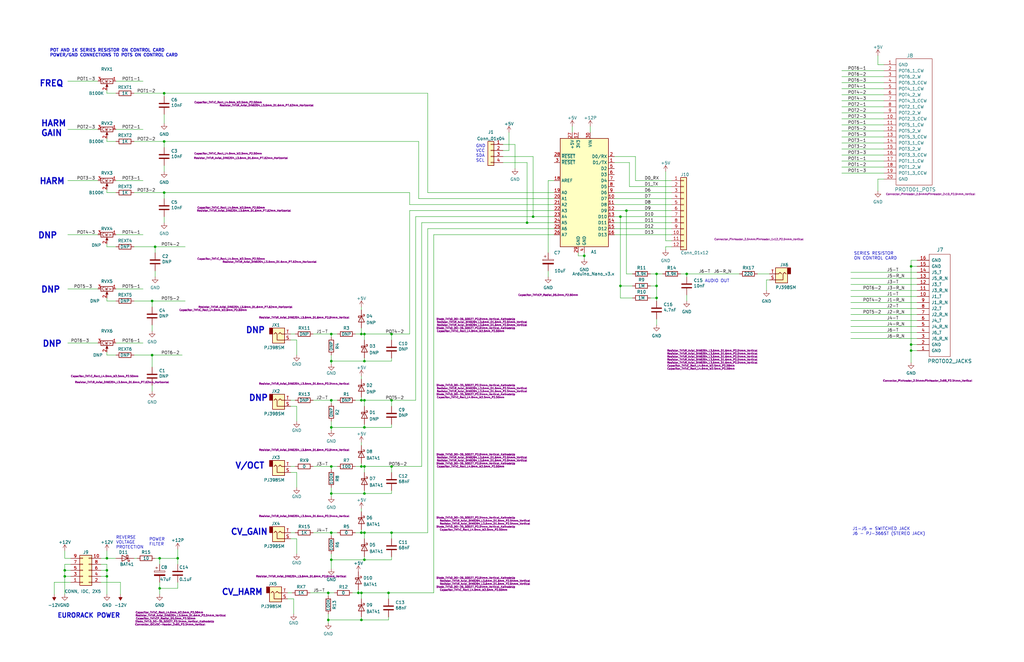
<source format=kicad_sch>
(kicad_sch (version 20211123) (generator eeschema)
  (paper "B")
  (title_block (title "6 POTS, 6 JACKS") (date "2022-10-28") (rev "1") (comment 1 "GENERIC EURORACK PANEL") (comment 2 "https://note.com/solder_state/n/nffc1a33053be"))
  (junction (at 139.7 168.91))
  (junction (at 153.67 168.91))
  (junction (at 139.7 140.97))
  (junction (at 64.135 127))
  (junction (at 69.215 39.37))
  (junction (at 224.79 91.44))
  (junction (at 139.7 208.28))
  (junction (at 153.67 196.85))
  (junction (at 384.175 112.395))
  (junction (at 163.83 250.19))
  (junction (at 384.175 145.415))
  (junction (at 139.7 180.34))
  (junction (at 138.43 261.62))
  (junction (at 152.4 140.97))
  (junction (at 165.1 196.85))
  (junction (at 153.67 236.22))
  (junction (at 69.215 81.28))
  (junction (at 139.7 196.85))
  (junction (at 246.38 107.95))
  (junction (at 153.67 152.4))
  (junction (at 261.62 120.65))
  (junction (at 151.13 250.19))
  (junction (at 45.085 243.205))
  (junction (at 165.1 224.79))
  (junction (at 139.7 152.4))
  (junction (at 138.43 250.19))
  (junction (at 153.67 224.79))
  (junction (at 264.16 88.9))
  (junction (at 153.67 140.97))
  (junction (at 139.7 236.22))
  (junction (at 152.4 250.19))
  (junction (at 152.4 261.62))
  (junction (at 276.86 120.65))
  (junction (at 69.215 59.69))
  (junction (at 27.305 243.205))
  (junction (at 27.305 240.665))
  (junction (at 45.085 235.585))
  (junction (at 384.175 147.955))
  (junction (at 139.7 224.79))
  (junction (at 74.93 235.585))
  (junction (at 289.56 115.57))
  (junction (at 65.405 104.14))
  (junction (at 165.1 168.91))
  (junction (at 152.4 168.91))
  (junction (at 45.085 240.665))
  (junction (at 152.4 224.79))
  (junction (at 153.67 208.28))
  (junction (at 276.86 125.73))
  (junction (at 153.67 180.34))
  (junction (at 261.62 91.44))
  (junction (at 152.4 196.85))
  (junction (at 222.25 93.98))
  (junction (at 165.1 140.97))
  (junction (at 276.86 115.57))
  (junction (at 67.31 235.585))
  (junction (at 64.135 149.86))
  (junction (at 67.31 248.285))
  (wire (pts (xy 56.515 59.69) (xy 69.215 59.69)))
  (wire (pts (xy 358.775 140.335) (xy 386.715 140.335)))
  (wire (pts (xy 354.965 50.165) (xy 372.745 50.165)))
  (wire (pts (xy 122.555 143.51) (xy 125.095 143.51)))
  (wire (pts (xy 180.34 96.52) (xy 233.68 96.52)))
  (wire (pts (xy 152.4 261.62) (xy 152.4 260.35)))
  (wire (pts (xy 358.775 127.635) (xy 386.715 127.635)))
  (wire (pts (xy 139.7 240.03) (xy 139.7 236.22)))
  (wire (pts (xy 358.775 122.555) (xy 386.715 122.555)))
  (wire (pts (xy 264.16 88.9) (xy 259.08 88.9)))
  (wire (pts (xy 139.7 209.55) (xy 139.7 208.28)))
  (wire (pts (xy 125.095 143.51) (xy 125.095 149.86)))
  (wire (pts (xy 165.1 196.85) (xy 165.1 199.39)))
  (wire (pts (xy 289.56 124.46) (xy 289.56 127)))
  (wire (pts (xy 42.545 235.585) (xy 45.085 235.585)))
  (wire (pts (xy 172.72 86.36) (xy 233.68 86.36)))
  (wire (pts (xy 56.515 81.28) (xy 69.215 81.28)))
  (wire (pts (xy 64.135 137.16) (xy 64.135 139.7)))
  (wire (pts (xy 139.7 152.4) (xy 139.7 149.86)))
  (wire (pts (xy 165.1 208.28) (xy 165.1 207.01)))
  (wire (pts (xy 246.38 107.95) (xy 243.84 107.95)))
  (wire (pts (xy 177.8 93.98) (xy 177.8 196.85)))
  (wire (pts (xy 276.86 134.62) (xy 276.86 137.16)))
  (wire (pts (xy 265.43 68.58) (xy 265.43 78.74)))
  (wire (pts (xy 42.545 240.665) (xy 45.085 240.665)))
  (wire (pts (xy 45.085 232.41) (xy 45.085 235.585)))
  (wire (pts (xy 165.1 168.91) (xy 165.1 171.45)))
  (wire (pts (xy 28.575 54.61) (xy 41.275 54.61)))
  (wire (pts (xy 153.67 236.22) (xy 165.1 236.22)))
  (wire (pts (xy 267.97 66.04) (xy 267.97 76.2)))
  (wire (pts (xy 217.17 60.96) (xy 217.17 71.12)))
  (wire (pts (xy 152.4 158.75) (xy 152.4 160.02)))
  (wire (pts (xy 153.67 224.79) (xy 165.1 224.79)))
  (wire (pts (xy 67.31 235.585) (xy 65.405 235.585)))
  (wire (pts (xy 386.715 109.855) (xy 384.175 109.855)))
  (wire (pts (xy 139.7 181.61) (xy 139.7 180.34)))
  (wire (pts (xy 152.4 250.19) (xy 152.4 252.73)))
  (wire (pts (xy 64.135 127) (xy 64.135 129.54)))
  (wire (pts (xy 152.4 138.43) (xy 152.4 140.97)))
  (wire (pts (xy 132.08 140.97) (xy 139.7 140.97)))
  (wire (pts (xy 45.085 81.28) (xy 48.895 81.28)))
  (wire (pts (xy 27.305 238.125) (xy 27.305 240.665)))
  (wire (pts (xy 354.965 40.005) (xy 372.745 40.005)))
  (wire (pts (xy 152.4 223.52) (xy 152.4 224.79)))
  (wire (pts (xy 122.555 140.97) (xy 124.46 140.97)))
  (wire (pts (xy 152.4 250.19) (xy 163.83 250.19)))
  (wire (pts (xy 45.085 149.86) (xy 45.085 148.59)))
  (wire (pts (xy 165.1 152.4) (xy 165.1 151.13)))
  (wire (pts (xy 29.845 245.745) (xy 22.86 245.745)))
  (wire (pts (xy 45.085 127) (xy 48.895 127)))
  (wire (pts (xy 27.305 232.41) (xy 27.305 235.585)))
  (wire (pts (xy 149.86 140.97) (xy 152.4 140.97)))
  (wire (pts (xy 231.14 116.84) (xy 231.14 114.3)))
  (wire (pts (xy 267.97 76.2) (xy 283.21 76.2)))
  (wire (pts (xy 182.88 99.06) (xy 182.88 250.19)))
  (wire (pts (xy 48.895 121.92) (xy 60.325 121.92)))
  (wire (pts (xy 153.67 208.28) (xy 165.1 208.28)))
  (wire (pts (xy 65.405 104.14) (xy 78.105 104.14)))
  (wire (pts (xy 48.895 99.06) (xy 60.325 99.06)))
  (wire (pts (xy 153.67 196.85) (xy 153.67 199.39)))
  (wire (pts (xy 276.86 125.73) (xy 276.86 127)))
  (wire (pts (xy 132.08 196.85) (xy 139.7 196.85)))
  (wire (pts (xy 384.175 145.415) (xy 386.715 145.415)))
  (wire (pts (xy 261.62 91.44) (xy 261.62 120.65)))
  (wire (pts (xy 125.095 171.45) (xy 125.095 177.8)))
  (wire (pts (xy 358.775 142.875) (xy 386.715 142.875)))
  (wire (pts (xy 165.1 196.85) (xy 177.8 196.85)))
  (wire (pts (xy 56.515 149.86) (xy 64.135 149.86)))
  (wire (pts (xy 180.34 96.52) (xy 180.34 224.79)))
  (wire (pts (xy 139.7 224.79) (xy 142.24 224.79)))
  (wire (pts (xy 152.4 261.62) (xy 163.83 261.62)))
  (wire (pts (xy 27.305 243.205) (xy 27.305 250.825)))
  (wire (pts (xy 266.7 125.73) (xy 261.62 125.73)))
  (wire (pts (xy 123.825 252.73) (xy 123.825 259.08)))
  (wire (pts (xy 152.4 168.91) (xy 153.67 168.91)))
  (wire (pts (xy 153.67 236.22) (xy 139.7 236.22)))
  (wire (pts (xy 139.7 196.85) (xy 139.7 198.12)))
  (wire (pts (xy 153.67 208.28) (xy 139.7 208.28)))
  (wire (pts (xy 149.86 224.79) (xy 152.4 224.79)))
  (wire (pts (xy 122.555 199.39) (xy 125.095 199.39)))
  (wire (pts (xy 246.38 109.22) (xy 246.38 107.95)))
  (wire (pts (xy 148.59 250.19) (xy 151.13 250.19)))
  (wire (pts (xy 152.4 195.58) (xy 152.4 196.85)))
  (wire (pts (xy 224.79 91.44) (xy 175.26 91.44)))
  (wire (pts (xy 121.285 252.73) (xy 123.825 252.73)))
  (wire (pts (xy 233.68 76.2) (xy 231.14 76.2)))
  (wire (pts (xy 358.775 114.935) (xy 386.715 114.935)))
  (wire (pts (xy 358.775 120.015) (xy 386.715 120.015)))
  (wire (pts (xy 274.32 125.73) (xy 276.86 125.73)))
  (wire (pts (xy 354.965 37.465) (xy 372.745 37.465)))
  (wire (pts (xy 64.135 149.86) (xy 64.135 154.94)))
  (wire (pts (xy 165.1 180.34) (xy 165.1 179.07)))
  (wire (pts (xy 246.38 107.95) (xy 246.38 106.68)))
  (wire (pts (xy 122.555 168.91) (xy 124.46 168.91)))
  (wire (pts (xy 177.8 93.98) (xy 222.25 93.98)))
  (wire (pts (xy 153.67 180.34) (xy 139.7 180.34)))
  (wire (pts (xy 74.93 235.585) (xy 74.93 238.125)))
  (wire (pts (xy 121.285 250.19) (xy 123.19 250.19)))
  (wire (pts (xy 261.62 91.44) (xy 283.21 91.44)))
  (wire (pts (xy 354.965 65.405) (xy 372.745 65.405)))
  (wire (pts (xy 259.08 68.58) (xy 265.43 68.58)))
  (wire (pts (xy 261.62 120.65) (xy 266.7 120.65)))
  (wire (pts (xy 69.215 81.28) (xy 69.215 83.82)))
  (wire (pts (xy 153.67 208.28) (xy 153.67 207.01)))
  (wire (pts (xy 165.1 140.97) (xy 165.1 143.51)))
  (wire (pts (xy 122.555 227.33) (xy 125.095 227.33)))
  (wire (pts (xy 163.83 250.19) (xy 182.88 250.19)))
  (wire (pts (xy 182.88 99.06) (xy 233.68 99.06)))
  (wire (pts (xy 172.72 81.28) (xy 172.72 86.36)))
  (wire (pts (xy 384.175 147.955) (xy 386.715 147.955)))
  (wire (pts (xy 69.215 39.37) (xy 180.34 39.37)))
  (wire (pts (xy 122.555 224.79) (xy 124.46 224.79)))
  (wire (pts (xy 132.08 224.79) (xy 139.7 224.79)))
  (wire (pts (xy 50.8 245.745) (xy 50.8 250.825)))
  (wire (pts (xy 45.085 104.14) (xy 48.895 104.14)))
  (wire (pts (xy 266.7 115.57) (xy 264.16 115.57)))
  (wire (pts (xy 259.08 99.06) (xy 283.21 99.06)))
  (wire (pts (xy 22.86 245.745) (xy 22.86 250.825)))
  (wire (pts (xy 69.215 69.85) (xy 69.215 72.39)))
  (wire (pts (xy 45.085 235.585) (xy 48.895 235.585)))
  (wire (pts (xy 354.965 47.625) (xy 372.745 47.625)))
  (wire (pts (xy 384.175 112.395) (xy 384.175 145.415)))
  (wire (pts (xy 56.515 235.585) (xy 57.785 235.585)))
  (wire (pts (xy 152.4 129.54) (xy 152.4 130.81)))
  (wire (pts (xy 153.67 180.34) (xy 153.67 179.07)))
  (wire (pts (xy 384.175 109.855) (xy 384.175 112.395)))
  (wire (pts (xy 139.7 224.79) (xy 139.7 226.06)))
  (wire (pts (xy 65.405 104.14) (xy 65.405 106.68)))
  (wire (pts (xy 324.485 118.11) (xy 323.215 118.11)))
  (wire (pts (xy 175.26 91.44) (xy 175.26 168.91)))
  (wire (pts (xy 153.67 140.97) (xy 153.67 143.51)))
  (wire (pts (xy 323.215 118.11) (xy 323.215 122.555)))
  (wire (pts (xy 165.1 168.91) (xy 175.26 168.91)))
  (wire (pts (xy 45.085 59.69) (xy 45.085 58.42)))
  (wire (pts (xy 248.92 53.34) (xy 248.92 55.88)))
  (wire (pts (xy 64.135 162.56) (xy 64.135 165.1)))
  (wire (pts (xy 354.965 57.785) (xy 372.745 57.785)))
  (wire (pts (xy 138.43 250.19) (xy 140.97 250.19)))
  (wire (pts (xy 214.63 55.88) (xy 214.63 63.5)))
  (wire (pts (xy 163.83 250.19) (xy 163.83 252.73)))
  (wire (pts (xy 65.405 114.3) (xy 65.405 116.84)))
  (wire (pts (xy 138.43 250.19) (xy 138.43 251.46)))
  (wire (pts (xy 45.085 127) (xy 45.085 125.73)))
  (wire (pts (xy 69.215 59.69) (xy 69.215 62.23)))
  (wire (pts (xy 163.83 261.62) (xy 163.83 260.35)))
  (wire (pts (xy 276.86 125.73) (xy 276.86 120.65)))
  (wire (pts (xy 139.7 153.67) (xy 139.7 152.4)))
  (wire (pts (xy 67.31 235.585) (xy 67.31 238.125)))
  (wire (pts (xy 153.67 180.34) (xy 165.1 180.34)))
  (wire (pts (xy 319.405 115.57) (xy 324.485 115.57)))
  (wire (pts (xy 289.56 115.57) (xy 289.56 116.84)))
  (wire (pts (xy 45.085 59.69) (xy 48.895 59.69)))
  (wire (pts (xy 243.84 107.95) (xy 243.84 106.68)))
  (wire (pts (xy 125.095 199.39) (xy 125.095 205.74)))
  (wire (pts (xy 28.575 34.29) (xy 41.275 34.29)))
  (wire (pts (xy 354.965 42.545) (xy 372.745 42.545)))
  (wire (pts (xy 139.7 208.28) (xy 139.7 205.74)))
  (wire (pts (xy 45.085 39.37) (xy 48.895 39.37)))
  (wire (pts (xy 384.175 147.955) (xy 384.175 153.035)))
  (wire (pts (xy 165.1 224.79) (xy 165.1 227.33)))
  (wire (pts (xy 138.43 261.62) (xy 138.43 259.08)))
  (wire (pts (xy 64.135 149.86) (xy 76.835 149.86)))
  (wire (pts (xy 28.575 144.78) (xy 41.275 144.78)))
  (wire (pts (xy 27.305 243.205) (xy 29.845 243.205)))
  (wire (pts (xy 180.34 39.37) (xy 180.34 81.28)))
  (wire (pts (xy 152.4 214.63) (xy 152.4 215.9)))
  (wire (pts (xy 384.175 145.415) (xy 384.175 147.955)))
  (wire (pts (xy 28.575 121.92) (xy 41.275 121.92)))
  (wire (pts (xy 42.545 238.125) (xy 45.085 238.125)))
  (wire (pts (xy 74.93 231.775) (xy 74.93 235.585)))
  (wire (pts (xy 354.965 55.245) (xy 372.745 55.245)))
  (wire (pts (xy 153.67 152.4) (xy 139.7 152.4)))
  (wire (pts (xy 130.81 250.19) (xy 138.43 250.19)))
  (wire (pts (xy 67.31 235.585) (xy 74.93 235.585)))
  (wire (pts (xy 283.21 101.6) (xy 280.67 101.6)))
  (wire (pts (xy 139.7 196.85) (xy 142.24 196.85)))
  (wire (pts (xy 261.62 125.73) (xy 261.62 120.65)))
  (wire (pts (xy 212.09 63.5) (xy 214.63 63.5)))
  (wire (pts (xy 259.08 83.82) (xy 283.21 83.82)))
  (wire (pts (xy 152.4 224.79) (xy 153.67 224.79)))
  (wire (pts (xy 354.965 67.945) (xy 372.745 67.945)))
  (wire (pts (xy 180.34 81.28) (xy 233.68 81.28)))
  (wire (pts (xy 264.16 88.9) (xy 283.21 88.9)))
  (wire (pts (xy 153.67 168.91) (xy 165.1 168.91)))
  (wire (pts (xy 152.4 261.62) (xy 138.43 261.62)))
  (wire (pts (xy 27.305 240.665) (xy 29.845 240.665)))
  (wire (pts (xy 358.775 132.715) (xy 386.715 132.715)))
  (wire (pts (xy 212.09 68.58) (xy 222.25 68.58)))
  (wire (pts (xy 69.215 39.37) (xy 69.215 40.64)))
  (wire (pts (xy 370.205 75.565) (xy 370.205 80.645)))
  (wire (pts (xy 212.09 66.04) (xy 224.79 66.04)))
  (wire (pts (xy 176.53 83.82) (xy 233.68 83.82)))
  (wire (pts (xy 48.895 144.78) (xy 60.325 144.78)))
  (wire (pts (xy 45.085 149.86) (xy 48.895 149.86)))
  (wire (pts (xy 276.86 120.65) (xy 276.86 115.57)))
  (wire (pts (xy 354.965 29.845) (xy 372.745 29.845)))
  (wire (pts (xy 45.085 104.14) (xy 45.085 102.87)))
  (wire (pts (xy 358.775 135.255) (xy 386.715 135.255)))
  (wire (pts (xy 139.7 140.97) (xy 139.7 142.24)))
  (wire (pts (xy 354.965 52.705) (xy 372.745 52.705)))
  (wire (pts (xy 152.4 167.64) (xy 152.4 168.91)))
  (wire (pts (xy 152.4 196.85) (xy 153.67 196.85)))
  (wire (pts (xy 153.67 196.85) (xy 165.1 196.85)))
  (wire (pts (xy 48.895 54.61) (xy 60.325 54.61)))
  (wire (pts (xy 358.775 137.795) (xy 386.715 137.795)))
  (wire (pts (xy 152.4 140.97) (xy 153.67 140.97)))
  (wire (pts (xy 222.25 93.98) (xy 233.68 93.98)))
  (wire (pts (xy 153.67 168.91) (xy 153.67 171.45)))
  (wire (pts (xy 67.31 245.745) (xy 67.31 248.285)))
  (wire (pts (xy 259.08 96.52) (xy 283.21 96.52)))
  (wire (pts (xy 241.3 53.34) (xy 241.3 55.88)))
  (wire (pts (xy 149.86 196.85) (xy 152.4 196.85)))
  (wire (pts (xy 265.43 78.74) (xy 283.21 78.74)))
  (wire (pts (xy 358.775 125.095) (xy 386.715 125.095)))
  (wire (pts (xy 287.02 115.57) (xy 289.56 115.57)))
  (wire (pts (xy 45.085 243.205) (xy 45.085 250.825)))
  (wire (pts (xy 48.895 76.2) (xy 60.325 76.2)))
  (wire (pts (xy 233.68 88.9) (xy 172.72 88.9)))
  (wire (pts (xy 69.215 59.69) (xy 176.53 59.69)))
  (wire (pts (xy 45.085 238.125) (xy 45.085 240.665)))
  (wire (pts (xy 354.965 70.485) (xy 372.745 70.485)))
  (wire (pts (xy 153.67 152.4) (xy 153.67 151.13)))
  (wire (pts (xy 74.93 248.285) (xy 74.93 245.745)))
  (wire (pts (xy 354.965 32.385) (xy 372.745 32.385)))
  (wire (pts (xy 42.545 245.745) (xy 50.8 245.745)))
  (wire (pts (xy 354.965 73.025) (xy 372.745 73.025)))
  (wire (pts (xy 67.31 248.285) (xy 67.31 250.825)))
  (wire (pts (xy 212.09 60.96) (xy 217.17 60.96)))
  (wire (pts (xy 152.4 186.69) (xy 152.4 187.96)))
  (wire (pts (xy 176.53 59.69) (xy 176.53 83.82)))
  (wire (pts (xy 354.965 45.085) (xy 372.745 45.085)))
  (wire (pts (xy 45.085 81.28) (xy 45.085 80.01)))
  (wire (pts (xy 151.13 248.92) (xy 151.13 250.19)))
  (wire (pts (xy 372.745 27.305) (xy 370.205 27.305)))
  (wire (pts (xy 259.08 86.36) (xy 283.21 86.36)))
  (wire (pts (xy 165.1 236.22) (xy 165.1 234.95)))
  (wire (pts (xy 151.13 250.19) (xy 152.4 250.19)))
  (wire (pts (xy 153.67 236.22) (xy 153.67 234.95)))
  (wire (pts (xy 64.135 127) (xy 78.105 127)))
  (wire (pts (xy 29.845 235.585) (xy 27.305 235.585)))
  (wire (pts (xy 259.08 81.28) (xy 283.21 81.28)))
  (wire (pts (xy 56.515 127) (xy 64.135 127)))
  (wire (pts (xy 153.67 152.4) (xy 165.1 152.4)))
  (wire (pts (xy 280.67 72.39) (xy 280.67 101.6)))
  (wire (pts (xy 27.305 240.665) (xy 27.305 243.205)))
  (wire (pts (xy 224.79 66.04) (xy 224.79 91.44)))
  (wire (pts (xy 139.7 140.97) (xy 142.24 140.97)))
  (wire (pts (xy 354.965 34.925) (xy 372.745 34.925)))
  (wire (pts (xy 67.31 248.285) (xy 74.93 248.285)))
  (wire (pts (xy 153.67 140.97) (xy 165.1 140.97)))
  (wire (pts (xy 42.545 243.205) (xy 45.085 243.205)))
  (wire (pts (xy 354.965 62.865) (xy 372.745 62.865)))
  (wire (pts (xy 165.1 224.79) (xy 180.34 224.79)))
  (wire (pts (xy 45.085 39.37) (xy 45.085 38.1)))
  (wire (pts (xy 233.68 91.44) (xy 224.79 91.44)))
  (wire (pts (xy 69.215 48.26) (xy 69.215 52.07)))
  (wire (pts (xy 370.205 75.565) (xy 372.745 75.565)))
  (wire (pts (xy 274.32 120.65) (xy 276.86 120.65)))
  (wire (pts (xy 289.56 115.57) (xy 311.785 115.57)))
  (wire (pts (xy 28.575 76.2) (xy 41.275 76.2)))
  (wire (pts (xy 370.205 23.495) (xy 370.205 27.305)))
  (wire (pts (xy 28.575 99.06) (xy 41.275 99.06)))
  (wire (pts (xy 384.175 112.395) (xy 386.715 112.395)))
  (wire (pts (xy 139.7 168.91) (xy 142.24 168.91)))
  (wire (pts (xy 139.7 168.91) (xy 139.7 170.18)))
  (wire (pts (xy 149.86 168.91) (xy 152.4 168.91)))
  (wire (pts (xy 358.775 130.175) (xy 386.715 130.175)))
  (wire (pts (xy 222.25 68.58) (xy 222.25 93.98)))
  (wire (pts (xy 172.72 88.9) (xy 172.72 140.97)))
  (wire (pts (xy 280.67 104.14) (xy 280.67 105.41)))
  (wire (pts (xy 139.7 236.22) (xy 139.7 233.68)))
  (wire (pts (xy 264.16 115.57) (xy 264.16 88.9)))
  (wire (pts (xy 283.21 104.14) (xy 280.67 104.14)))
  (wire (pts (xy 122.555 196.85) (xy 124.46 196.85)))
  (wire (pts (xy 132.08 168.91) (xy 139.7 168.91)))
  (wire (pts (xy 29.845 238.125) (xy 27.305 238.125)))
  (wire (pts (xy 354.965 60.325) (xy 372.745 60.325)))
  (wire (pts (xy 122.555 171.45) (xy 125.095 171.45)))
  (wire (pts (xy 231.14 76.2) (xy 231.14 106.68)))
  (wire (pts (xy 138.43 262.89) (xy 138.43 261.62)))
  (wire (pts (xy 125.095 227.33) (xy 125.095 233.68)))
  (wire (pts (xy 358.775 117.475) (xy 386.715 117.475)))
  (wire (pts (xy 56.515 104.14) (xy 65.405 104.14)))
  (wire (pts (xy 259.08 66.04) (xy 267.97 66.04)))
  (wire (pts (xy 45.085 240.665) (xy 45.085 243.205)))
  (wire (pts (xy 172.72 140.97) (xy 165.1 140.97)))
  (wire (pts (xy 139.7 180.34) (xy 139.7 177.8)))
  (wire (pts (xy 56.515 39.37) (xy 69.215 39.37)))
  (wire (pts (xy 153.67 224.79) (xy 153.67 227.33)))
  (wire (pts (xy 48.895 34.29) (xy 60.325 34.29)))
  (wire (pts (xy 69.215 91.44) (xy 69.215 93.98)))
  (wire (pts (xy 69.215 81.28) (xy 172.72 81.28)))
  (wire (pts (xy 259.08 91.44) (xy 261.62 91.44)))
  (wire (pts (xy 259.08 93.98) (xy 283.21 93.98)))
  (wire (pts (xy 276.86 115.57) (xy 279.4 115.57)))
  (wire (pts (xy 276.86 115.57) (xy 274.32 115.57)))
  (text "EURORACK POWER" (at 24.13 260.985 0) (effects (font (size 1.905 1.905) (thickness 0.381) bold) (justify left bottom)))
  (text "J1-J5 = SWITCHED JACK\nJ6 - PJ-366ST (STEREO JACK)" (at 359.41 226.06 0) (effects (font (size 1.27 1.27)) (justify left bottom)))
  (text "DNP" (at 17.78 146.685 0) (effects (font (size 2.54 2.54) (thickness 0.508) bold) (justify left bottom)))
  (text "AUDIO OUT" (at 297.18 119.38 0) (effects (font (size 1.27 1.27)) (justify left bottom)))
  (text "DNP" (at 15.875 100.965 0) (effects (font (size 2.54 2.54) (thickness 0.508) bold) (justify left bottom)))
  (text "DNP" (at 104.775 169.545 0) (effects (font (size 2.54 2.54) (thickness 0.508) bold) (justify left bottom)))
  (text "V/OCT" (at 99.06 198.12 0) (effects (font (size 2.54 2.54) (thickness 0.508) bold) (justify left bottom)))
  (text "POWER\nFILTER" (at 62.865 230.505 0) (effects (font (size 1.27 1.27)) (justify left bottom)))
  (text "DNP" (at 17.145 123.825 0) (effects (font (size 2.54 2.54) (thickness 0.508) bold) (justify left bottom)))
  (text "DNP" (at 103.505 140.97 0) (effects (font (size 2.54 2.54) (thickness 0.508) bold) (justify left bottom)))
  (text "POT AND 1K SERIES RESISTOR ON CONTROL CARD\nPOWER/GND CONNECTIONS TO POTS ON CONTROL CARD" (at 20.955 24.13 0) (effects (font (size 1.27 1.27) (thickness 0.254) bold) (justify left bottom)))
  (text "GND\nVCC\nSDA\nSCL" (at 200.66 68.58 0) (effects (font (size 1.27 1.27)) (justify left bottom)))
  (text "FREQ" (at 16.51 36.83 0) (effects (font (size 2.54 2.54) (thickness 0.508) bold) (justify left bottom)))
  (text "HARM" (at 16.51 78.105 0) (effects (font (size 2.54 2.54) (thickness 0.508) bold) (justify left bottom)))
  (text "SERIES RESISTOR\nON CONTROL CARD" (at 360.045 109.855 0) (effects (font (size 1.27 1.27)) (justify left bottom)))
  (text "CV_HARM" (at 93.345 251.46 0) (effects (font (size 2.54 2.54) (thickness 0.508) bold) (justify left bottom)))
  (text "REVERSE\nVOLTAGE\nPROTECTION" (at 48.895 231.775 0) (effects (font (size 1.27 1.27)) (justify left bottom)))
  (text "HARM\nGAIN" (at 17.145 57.785 0) (effects (font (size 2.54 2.54) (thickness 0.508) bold) (justify left bottom)))
  (text "CV_GAIN" (at 97.155 226.06 0) (effects (font (size 2.54 2.54) (thickness 0.508) bold) (justify left bottom)))
  (label "POT6-2" (at 363.855 122.555 0))
  (label "POT3-1" (at 51.435 76.2 0))
  (label "J6-T" (at 374.015 140.335 0))
  (label "POT2-3" (at 32.385 54.61 0))
  (label "J3-T" (at 374.015 120.015 0))
  (label "POT4-2" (at 357.505 40.005 0))
  (label "D8" (at 271.78 86.36 0))
  (label "POT2-2" (at 357.505 47.625 0))
  (label "POT4-2" (at 162.56 140.97 0))
  (label "POT2-2" (at 57.785 59.69 0))
  (label "POT3-2" (at 57.785 81.28 0))
  (label "POT1-2" (at 57.785 39.37 0))
  (label "POT3-3" (at 357.505 65.405 0))
  (label "J1-T" (at 374.015 125.095 0))
  (label "POT5-3" (at 31.115 121.92 0))
  (label "J2-T" (at 374.015 130.175 0))
  (label "POT3-3" (at 32.385 76.2 0))
  (label "POT4-3" (at 357.505 42.545 0))
  (label "POT4-2" (at 363.855 127.635 0))
  (label "POT6-2" (at 357.505 32.385 0))
  (label "J3-R_N" (at 374.015 122.555 0))
  (label "J4-T" (at 374.015 135.255 0))
  (label "POT2-1" (at 51.435 54.61 0))
  (label "D10" (at 271.78 91.44 0))
  (label "J2-T" (at 133.35 168.91 0))
  (label "POT5-1" (at 357.505 52.705 0))
  (label "D0_RX" (at 271.78 76.2 0))
  (label "POT6-3" (at 29.845 144.78 0))
  (label "D13" (at 271.78 99.06 0))
  (label "POT4-1" (at 357.505 37.465 0))
  (label "J6-T" (at 294.64 115.57 0))
  (label "POT1-1" (at 357.505 67.945 0))
  (label "POT3-2" (at 357.505 62.865 0))
  (label "POT6-1" (at 357.505 29.845 0))
  (label "J6-R_N" (at 300.99 115.57 0))
  (label "J4-T" (at 133.35 224.79 0))
  (label "D6" (at 271.78 81.28 0))
  (label "J5-T" (at 132.08 250.19 0))
  (label "POT5-3" (at 357.505 57.785 0))
  (label "J5-T" (at 374.015 114.935 0))
  (label "POT2-1" (at 357.505 45.085 0))
  (label "POT4-3" (at 32.385 99.06 0))
  (label "D11" (at 271.78 93.98 0))
  (label "POT5-2" (at 357.505 55.245 0))
  (label "POT6-2" (at 67.945 149.86 0))
  (label "POT6-3" (at 357.505 34.925 0))
  (label "J5-R_N" (at 374.015 117.475 0))
  (label "POT3-1" (at 357.505 60.325 0))
  (label "D7" (at 271.78 83.82 0))
  (label "POT2-3" (at 357.505 50.165 0))
  (label "J2-R_N" (at 374.015 132.715 0))
  (label "D1_TX" (at 271.78 78.74 0))
  (label "POT6-2" (at 163.83 196.85 0))
  (label "POT1-1" (at 51.435 34.29 0))
  (label "POT1-3" (at 32.385 34.29 0))
  (label "POT1-2" (at 357.505 70.485 0))
  (label "POT5-2" (at 363.855 132.715 0))
  (label "J1-T" (at 133.35 140.97 0))
  (label "D9" (at 271.78 88.9 0))
  (label "J4-R_N" (at 374.015 137.795 0))
  (label "POT5-2" (at 162.56 168.91 0))
  (label "POT4-2" (at 67.945 104.14 0))
  (label "POT5-1" (at 51.435 121.92 0))
  (label "POT5-2" (at 67.945 127 0))
  (label "POT1-3" (at 357.505 73.025 0))
  (label "J1-R_N" (at 374.015 127.635 0))
  (label "POT4-1" (at 51.435 99.06 0))
  (label "J3-T" (at 133.35 196.85 0))
  (label "J6-R_N" (at 374.015 142.875 0))
  (label "D12" (at 271.78 96.52 0))
  (label "POT6-1" (at 51.435 144.78 0))
  (symbol (lib_id "Device:C") (at 69.215 66.04 0) (unit 1)
    (property "Reference" "C3" (at 72.136 63.7286 0) (effects (justify left)))
    (property "Value" "10nF" (at 72.136 66.04 0) (effects (justify left)))
    (property "Footprint" "Capacitor_THT:C_Rect_L4.0mm_W2.5mm_P2.50mm" (at 81.915 64.77 0) (effects (font (size 0.762 0.762)) (justify left)))
  )
  (symbol (lib_id "Device:C") (at 165.1 175.26 0) (unit 1)
    (property "Reference" "C9" (at 168.021 172.9486 0) (effects (justify left)))
    (property "Value" "DNP" (at 168.021 175.26 0) (effects (justify left)))
    (property "Footprint" "Capacitor_THT:C_Rect_L4.0mm_W2.5mm_P2.50mm" (at 184.15 167.64 0) (effects (font (size 0.762 0.762)) (justify left)))
  )
  (symbol (lib_id "Device:R") (at 139.7 229.87 0) (unit 1)
    (property "Reference" "R6" (at 142.24 229.87 90))
    (property "Value" "100K" (at 139.7 229.87 90))
    (property "Footprint" "Resistor_THT:R_Axial_DIN0204_L3.6mm_D1.6mm_P2.54mm_Vertical" (at 204.47 219.71 0) (effects (font (size 0.762 0.762))))
  )
  (symbol (lib_id "Device:C") (at 64.135 133.35 0) (unit 1)
    (property "Reference" "C4" (at 67.056 131.0386 0) (effects (justify left)))
    (property "Value" "DNP" (at 67.056 133.35 0) (effects (justify left)))
    (property "Footprint" "Capacitor_THT:C_Rect_L4.0mm_W2.5mm_P2.50mm" (at 75.565 130.81 0) (effects (font (size 0.762 0.762)) (justify left)))
  )
  (symbol (lib_id "power:GND") (at 45.085 250.825 0) (unit 1)
    (property "Reference" "#PWR0106" (effects hide))
    (property "Value" "GND" (at 45.085 255.3875 0))
  )
  (symbol (lib_id "Connector:AudioJack2") (at 117.475 196.85 0) (mirror x) (unit 1) (in_bom no) (on_board no)
    (property "Reference" "JX3" (at 118.11 193.04 0) (effects (justify right)))
    (property "Value" "PJ398SM" (at 120.015 202.565 0) (effects (justify right)))
  )
  (symbol (lib_id "Device:R") (at 146.05 224.79 90) (unit 1)
    (property "Reference" "R5" (at 146.05 222.25 90))
    (property "Value" "0" (at 146.05 224.79 90))
    (property "Footprint" "Resistor_THT:R_Axial_DIN0204_L3.6mm_D1.6mm_P2.54mm_Vertical" (at 204.47 220.98 90) (effects (font (size 0.762 0.762))))
  )
  (symbol (lib_id "power:GND") (at 384.175 153.035 0) (unit 1)
    (property "Reference" "#PWR0102" (effects hide))
    (property "Value" "GND" (at 384.175 157.48 0))
  )
  (symbol (lib_id "power:+5V") (at 152.4 214.63 0) (unit 1)
    (property "Reference" "#PWR0120" (effects hide))
    (property "Value" "+5V" (at 152.4 211.0255 0))
  )
  (symbol (lib_id "power:GND") (at 138.43 262.89 0) (unit 1)
    (property "Reference" "#PWR0114" (effects hide))
    (property "Value" "GND" (at 138.43 267.4525 0))
  )
  (symbol (lib_id "Device:C_Polarized") (at 231.14 110.49 0) (unit 1)
    (property "Reference" "C7" (at 234.95 106.68 0))
    (property "Value" "10uF" (at 236.22 114.3 0))
    (property "Footprint" "Capacitor_THT:CP_Radial_D5.0mm_P2.50mm" (at 231.14 124.46 0) (effects (font (size 0.762 0.762))))
  )
  (symbol (lib_id "power:+5V") (at 370.205 23.495 0) (unit 1)
    (property "Reference" "#PWR0137" (effects hide))
    (property "Value" "+5V" (at 370.205 19.8905 0))
  )
  (symbol (lib_id "power:GND") (at 246.38 109.22 0) (unit 1)
    (property "Reference" "#PWR0111" (effects hide))
    (property "Value" "GND" (at 246.38 113.7825 0))
  )
  (symbol (lib_id "power:GND") (at 125.095 205.74 0) (unit 1)
    (property "Reference" "#PWR0139" (effects hide))
    (property "Value" "GND" (at 125.095 209.55 0))
  )
  (symbol (lib_id "Device:R") (at 283.21 115.57 90) (unit 1)
    (property "Reference" "R14" (at 283.21 113.03 90))
    (property "Value" "3.9K" (at 283.21 115.57 90))
    (property "Footprint" "Resistor_THT:R_Axial_DIN0204_L3.6mm_D1.6mm_P2.54mm_Vertical" (at 300.355 151.765 90) (effects (font (size 0.762 0.762))))
  )
  (symbol (lib_id "Connector_Generic:Conn_02x05_Odd_Even") (at 34.925 240.665 0) (mirror x) (unit 1)
    (property "Reference" "J9" (at 36.195 233.045 0))
    (property "Value" "CONN, IDC, 2X5" (at 34.925 249.555 0))
    (property "Footprint" "Connector_IDC:IDC-Header_2x05_P2.54mm_Vertical" (at 71.755 263.525 0) (effects (font (size 0.762 0.762))))
  )
  (symbol (lib_id "Device:D_Schottky") (at 153.67 175.26 270) (unit 1)
    (property "Reference" "D1" (at 155.702 174.034 90) (effects (justify left)))
    (property "Value" "DNP" (at 155.702 176.8091 90) (effects (justify left)))
    (property "Footprint" "Diode_THT:D_DO-35_SOD27_P2.54mm_Vertical_KathodeUp" (at 200.66 166.37 90) (effects (font (size 0.762 0.762))))
  )
  (symbol (lib_id "Device:D_Schottky") (at 152.4 163.83 270) (unit 1)
    (property "Reference" "D2" (at 154.432 162.604 90) (effects (justify left)))
    (property "Value" "DNP" (at 154.432 165.3791 90) (effects (justify left)))
    (property "Footprint" "Diode_THT:D_DO-35_SOD27_P2.54mm_Vertical_KathodeUp" (at 200.66 162.56 90) (effects (font (size 0.762 0.762))))
  )
  (symbol (lib_id "Device:C") (at 165.1 231.14 0) (unit 1)
    (property "Reference" "C11" (at 168.021 228.8286 0) (effects (justify left)))
    (property "Value" "68nF" (at 168.021 231.14 0) (effects (justify left)))
    (property "Footprint" "Capacitor_THT:C_Rect_L4.0mm_W2.5mm_P2.50mm" (at 185.42 223.52 0) (effects (font (size 0.762 0.762)) (justify left)))
  )
  (symbol (lib_id "power:GND") (at 69.215 93.98 0) (unit 1)
    (property "Reference" "#PWR0124" (effects hide))
    (property "Value" "GND" (at 69.215 98.5425 0))
  )
  (symbol (lib_id "Device:C") (at 69.215 87.63 0) (unit 1)
    (property "Reference" "C5" (at 72.136 85.3186 0) (effects (justify left)))
    (property "Value" "10nF" (at 72.136 87.63 0) (effects (justify left)))
    (property "Footprint" "Capacitor_THT:C_Rect_L4.0mm_W2.5mm_P2.50mm" (at 83.185 87.63 0) (effects (font (size 0.762 0.762)) (justify left)))
  )
  (symbol (lib_id "power:+12P") (at 74.93 231.775 0) (unit 1)
    (property "Reference" "#PWR0108" (effects hide))
    (property "Value" "+12P" (at 74.93 227.965 0))
  )
  (symbol (lib_id "power:GND") (at 125.095 233.68 0) (unit 1)
    (property "Reference" "#PWR0128" (effects hide))
    (property "Value" "GND" (at 125.095 237.49 0))
  )
  (symbol (lib_id "Device:R") (at 128.27 168.91 90) (unit 1) (in_bom no) (on_board no)
    (property "Reference" "RX13" (at 128.27 166.37 90))
    (property "Value" "DNP" (at 128.27 168.91 90))
    (property "Footprint" "Resistor_THT:R_Axial_DIN0204_L3.6mm_D1.6mm_P2.54mm_Vertical" (at 128.27 161.925 90) (effects (font (size 0.762 0.762))))
    (property "Datasheet" "https://www.mouser.com/ProductDetail/Xicon/299-2.2K-RC?qs=QaPBMFBEHz3RDbXknTj%252ByA%3D%3D" (effects hide))
  )
  (symbol (lib_id "power:GND") (at 139.7 153.67 0) (unit 1)
    (property "Reference" "#PWR0115" (effects hide))
    (property "Value" "GND" (at 139.7 157.48 0))
  )
  (symbol (lib_id "Device:C") (at 69.215 44.45 0) (unit 1)
    (property "Reference" "C6" (at 72.136 42.1386 0) (effects (justify left)))
    (property "Value" "10nF" (at 72.136 44.45 0) (effects (justify left)))
    (property "Footprint" "Capacitor_THT:C_Rect_L4.0mm_W2.5mm_P2.50mm" (at 81.915 43.18 0) (effects (font (size 0.762 0.762)) (justify left)))
  )
  (symbol (lib_id "Device:C") (at 163.83 256.54 0) (unit 1)
    (property "Reference" "C13" (at 166.751 254.2286 0) (effects (justify left)))
    (property "Value" "68nF" (at 166.751 256.54 0) (effects (justify left)))
    (property "Footprint" "Capacitor_THT:C_Rect_L4.0mm_W2.5mm_P2.50mm" (at 185.42 248.92 0) (effects (font (size 0.762 0.762)) (justify left)))
  )
  (symbol (lib_id "Device:C_Polarized") (at 67.31 241.935 0) (unit 1)
    (property "Reference" "C8" (at 69.215 239.395 0))
    (property "Value" "47uF" (at 69.85 244.475 0))
    (property "Footprint" "Capacitor_THT:CP_Radial_D5.0mm_P2.50mm" (at 69.85 260.985 0) (effects (font (size 0.762 0.762))))
  )
  (symbol (lib_id "power:GND") (at 276.86 137.16 0) (unit 1)
    (property "Reference" "#PWR0109" (effects hide))
    (property "Value" "GND" (at 276.86 141.7225 0))
  )
  (symbol (lib_id "power:GND") (at 64.135 139.7 0) (unit 1)
    (property "Reference" "#PWR0133" (effects hide))
    (property "Value" "GND" (at 64.135 144.2625 0))
  )
  (symbol (lib_id "Device:D_Schottky") (at 52.705 235.585 180) (unit 1)
    (property "Reference" "D11" (at 53.975 233.045 0) (effects (justify left)))
    (property "Value" "BAT41" (at 56.515 238.125 0) (effects (justify left)))
    (property "Footprint" "Diode_THT:D_DO-35_SOD27_P2.54mm_Vertical_KathodeUp" (at 73.66 262.255 0) (effects (font (size 0.762 0.762))))
  )
  (symbol (lib_id "power:+5V") (at 280.67 72.39 0) (unit 1)
    (property "Reference" "#PWR0130" (effects hide))
    (property "Value" "+5V" (at 280.67 68.7855 0))
  )
  (symbol (lib_id "MCU_Module:Arduino_Nano_v3.x") (at 246.38 81.28 0) (mirror y) (unit 1)
    (property "Reference" "A1" (at 249.1487 106.2895 0) (effects (justify right)))
    (property "Value" "Arduino_Nano_v3.x" (at 241.3 115.57 0) (effects (justify right)))
    (property "Footprint" "Module:Arduino_Nano" (effects hide))
    (property "Datasheet" "http://www.mouser.com/pdfdocs/Gravitech_Arduino_Nano3_0.pdf" (effects hide))
  )
  (symbol (lib_id "LandBoards_Conns:PROTO02_JACKS") (at 395.605 128.905 0) (mirror y) (unit 1)
    (property "Reference" "J7" (at 394.97 105.41 0) (effects (font (size 1.524 1.524)) (justify right)))
    (property "Value" "PROTO02_JACKS" (at 391.16 152.4 0) (effects (font (size 1.524 1.524)) (justify right)))
    (property "Footprint" "Connector_PinHeader_2.54mm:PinHeader_2x08_P2.54mm_Vertical" (at 391.16 160.655 0) (effects (font (size 0.762 0.762))))
  )
  (symbol (lib_id "power:-12V") (at 50.8 250.825 180) (unit 1)
    (property "Reference" "#PWR0168" (effects hide))
    (property "Value" "-12V" (at 50.8 255.3875 0))
  )
  (symbol (lib_id "power:+5V") (at 241.3 53.34 0) (unit 1)
    (property "Reference" "#PWR0113" (effects hide))
    (property "Value" "+5V" (at 241.3 49.7355 0))
  )
  (symbol (lib_id "Device:C") (at 65.405 110.49 0) (unit 1)
    (property "Reference" "C2" (at 68.326 108.1786 0) (effects (justify left)))
    (property "Value" "DNP" (at 68.326 110.49 0) (effects (justify left)))
    (property "Footprint" "Capacitor_THT:C_Rect_L4.0mm_W2.5mm_P2.50mm" (at 83.185 109.22 0) (effects (font (size 0.762 0.762)) (justify left)))
  )
  (symbol (lib_id "Device:R") (at 139.7 201.93 0) (unit 1)
    (property "Reference" "R8" (at 142.24 201.93 90))
    (property "Value" "100K" (at 139.7 201.93 90))
    (property "Footprint" "Resistor_THT:R_Axial_DIN0204_L3.6mm_D1.6mm_P2.54mm_Vertical" (at 203.2 193.04 0) (effects (font (size 0.762 0.762))))
  )
  (symbol (lib_id "Device:D_Schottky") (at 153.67 147.32 270) (unit 1)
    (property "Reference" "D3" (at 155.702 146.094 90) (effects (justify left)))
    (property "Value" "DNP" (at 155.702 148.8691 90) (effects (justify left)))
    (property "Footprint" "Diode_THT:D_DO-35_SOD27_P2.54mm_Vertical_KathodeUp" (at 200.66 138.43 90) (effects (font (size 0.762 0.762))))
  )
  (symbol (lib_id "Device:R") (at 138.43 255.27 0) (unit 1)
    (property "Reference" "R13" (at 140.97 255.27 90))
    (property "Value" "100K" (at 138.43 255.27 90))
    (property "Footprint" "Resistor_THT:R_Axial_DIN0204_L3.6mm_D1.6mm_P2.54mm_Vertical" (at 204.47 245.11 0) (effects (font (size 0.762 0.762))))
  )
  (symbol (lib_id "Device:R") (at 146.05 168.91 90) (unit 1)
    (property "Reference" "R1" (at 146.05 166.37 90))
    (property "Value" "DNP" (at 146.05 168.91 90))
    (property "Footprint" "Resistor_THT:R_Axial_DIN0204_L3.6mm_D1.6mm_P2.54mm_Vertical" (at 203.2 165.1 90) (effects (font (size 0.762 0.762))))
  )
  (symbol (lib_id "power:+12V") (at 45.085 232.41 0) (unit 1)
    (property "Reference" "#PWR0105" (effects hide))
    (property "Value" "+12V" (at 45.085 228.8055 0))
  )
  (symbol (lib_id "Device:D_Schottky") (at 152.4 134.62 270) (unit 1)
    (property "Reference" "D4" (at 154.432 133.394 90) (effects (justify left)))
    (property "Value" "DNP" (at 154.432 136.1691 90) (effects (justify left)))
    (property "Footprint" "Diode_THT:D_DO-35_SOD27_P2.54mm_Vertical_KathodeUp" (at 200.66 134.62 90) (effects (font (size 0.762 0.762))))
  )
  (symbol (lib_id "power:GND") (at 280.67 105.41 0) (unit 1)
    (property "Reference" "#PWR0129" (effects hide))
    (property "Value" "GND" (at 280.67 109.9725 0))
  )
  (symbol (lib_id "power:GND") (at 64.135 165.1 0) (unit 1)
    (property "Reference" "#PWR0132" (effects hide))
    (property "Value" "GND" (at 64.135 169.6625 0))
  )
  (symbol (lib_id "LandBoards_Conns:R_Pot_CW") (at 45.085 34.29 270) (unit 1) (in_bom no) (on_board no)
    (property "Reference" "RVX1" (at 45.085 29.1899 90))
    (property "Value" "B100K" (at 40.64 39.37 90))
  )
  (symbol (lib_name "R_Pot_CW_4") (lib_id "LandBoards_Conns:R_Pot_CW") (at 45.085 121.92 270) (unit 1) (in_bom no) (on_board no)
    (property "Reference" "RVX5" (at 45.085 118.745 90))
    (property "Value" "DNP" (at 40.005 127 90))
  )
  (symbol (lib_id "power:-12V") (at 22.86 250.825 180) (unit 1)
    (property "Reference" "#PWR0167" (effects hide))
    (property "Value" "-12V" (at 22.86 255.3875 0))
  )
  (symbol (lib_id "power:GND") (at 289.56 127 0) (unit 1)
    (property "Reference" "#PWR0131" (effects hide))
    (property "Value" "GND" (at 289.56 131.5625 0))
  )
  (symbol (lib_id "Device:C") (at 289.56 120.65 0) (unit 1)
    (property "Reference" "C15" (at 292.481 118.3386 0) (effects (justify left)))
    (property "Value" "10nF" (at 292.481 120.65 0) (effects (justify left)))
    (property "Footprint" "Capacitor_THT:C_Rect_L4.0mm_W2.5mm_P2.50mm" (at 281.305 154.305 0) (effects (font (size 0.762 0.762)) (justify left)))
  )
  (symbol (lib_id "Device:R") (at 144.78 250.19 90) (unit 1)
    (property "Reference" "R12" (at 144.78 247.65 90))
    (property "Value" "0" (at 144.78 250.19 90))
    (property "Footprint" "Resistor_THT:R_Axial_DIN0204_L3.6mm_D1.6mm_P2.54mm_Vertical" (at 204.47 246.38 90) (effects (font (size 0.762 0.762))))
  )
  (symbol (lib_name "R_Pot_CW_3") (lib_id "LandBoards_Conns:R_Pot_CW") (at 45.085 144.78 270) (unit 1) (in_bom no) (on_board no)
    (property "Reference" "RVX6" (at 45.085 139.6799 90))
    (property "Value" "DNP" (at 41.275 149.86 90))
  )
  (symbol (lib_id "Device:R") (at 315.595 115.57 90) (unit 1) (in_bom no) (on_board no)
    (property "Reference" "RX17" (at 315.595 113.03 90))
    (property "Value" "220" (at 315.595 115.57 90))
    (property "Footprint" "Resistor_THT:R_Axial_DIN0204_L3.6mm_D1.6mm_P2.54mm_Vertical" (at 300.355 153.035 90) (effects (font (size 0.762 0.762))))
    (property "Datasheet" "https://www.mouser.com/ProductDetail/Xicon/299-2.2K-RC?qs=QaPBMFBEHz3RDbXknTj%252ByA%3D%3D" (effects hide))
  )
  (symbol (lib_id "Connector_Generic:Conn_01x12") (at 288.29 88.9 0) (unit 1)
    (property "Reference" "J10" (at 287.02 73.66 0) (effects (justify left)))
    (property "Value" "Conn_01x12" (at 287.02 106.68 0) (effects (justify left)))
    (property "Footprint" "Connector_PinHeader_2.54mm:PinHeader_1x12_P2.54mm_Vertical" (at 320.04 100.965 0) (effects (font (size 0.762 0.762))))
  )
  (symbol (lib_id "Device:C") (at 165.1 203.2 0) (unit 1)
    (property "Reference" "C12" (at 168.021 200.8886 0) (effects (justify left)))
    (property "Value" "68nF" (at 168.021 203.2 0) (effects (justify left)))
    (property "Footprint" "Capacitor_THT:C_Rect_L4.0mm_W2.5mm_P2.50mm" (at 184.15 196.85 0) (effects (font (size 0.762 0.762)) (justify left)))
  )
  (symbol (lib_id "power:GND") (at 231.14 116.84 0) (unit 1)
    (property "Reference" "#PWR0110" (effects hide))
    (property "Value" "GND" (at 231.14 121.4025 0))
  )
  (symbol (lib_id "Device:D_Schottky") (at 152.4 191.77 270) (unit 1)
    (property "Reference" "D8" (at 154.432 190.544 90) (effects (justify left)))
    (property "Value" "BAT41" (at 154.432 193.3191 90) (effects (justify left)))
    (property "Footprint" "Diode_THT:D_DO-35_SOD27_P2.54mm_Vertical_KathodeUp" (at 200.66 191.77 90) (effects (font (size 0.762 0.762))))
  )
  (symbol (lib_id "Device:R") (at 128.27 196.85 90) (unit 1) (in_bom no) (on_board no)
    (property "Reference" "RX9" (at 128.27 194.31 90))
    (property "Value" "0" (at 128.27 196.85 90))
    (property "Footprint" "Resistor_THT:R_Axial_DIN0204_L3.6mm_D1.6mm_P2.54mm_Vertical" (at 128.27 189.865 90) (effects (font (size 0.762 0.762))))
    (property "Datasheet" "https://www.mouser.com/ProductDetail/Xicon/299-2.2K-RC?qs=QaPBMFBEHz3RDbXknTj%252ByA%3D%3D" (effects hide))
  )
  (symbol (lib_name "R_Pot_CW_1") (lib_id "LandBoards_Conns:R_Pot_CW") (at 45.085 76.2 270) (unit 1) (in_bom no) (on_board no)
    (property "Reference" "RVX3" (at 45.085 73.025 90))
    (property "Value" "B100K" (at 40.64 81.28 90))
  )
  (symbol (lib_id "power:GND") (at 125.095 177.8 0) (unit 1)
    (property "Reference" "#PWR0140" (effects hide))
    (property "Value" "GND" (at 125.095 181.61 0))
  )
  (symbol (lib_id "power:GND") (at 217.17 71.12 0) (unit 1)
    (property "Reference" "#PWR0136" (effects hide))
    (property "Value" "GND" (at 217.17 75.6825 0))
  )
  (symbol (lib_id "power:GND") (at 139.7 181.61 0) (unit 1)
    (property "Reference" "#PWR0123" (effects hide))
    (property "Value" "GND" (at 139.7 186.1725 0))
  )
  (symbol (lib_id "Device:R") (at 139.7 146.05 0) (unit 1)
    (property "Reference" "R4" (at 142.24 146.05 90))
    (property "Value" "DNP" (at 139.7 146.05 90))
    (property "Footprint" "Resistor_THT:R_Axial_DIN0204_L3.6mm_D1.6mm_P2.54mm_Vertical" (at 203.2 135.89 0) (effects (font (size 0.762 0.762))))
  )
  (symbol (lib_id "Connector:AudioJack2") (at 117.475 224.79 0) (mirror x) (unit 1) (in_bom no) (on_board no)
    (property "Reference" "JX4" (at 118.11 220.98 0) (effects (justify right)))
    (property "Value" "PJ398SM" (at 120.015 230.505 0) (effects (justify right)))
  )
  (symbol (lib_id "Device:R") (at 270.51 115.57 90) (unit 1)
    (property "Reference" "R11" (at 270.51 113.03 90))
    (property "Value" "3.9K" (at 270.51 115.57 90))
    (property "Footprint" "Resistor_THT:R_Axial_DIN0204_L3.6mm_D1.6mm_P2.54mm_Vertical" (at 300.355 147.955 90) (effects (font (size 0.762 0.762))))
  )
  (symbol (lib_id "Device:R") (at 270.51 120.65 90) (unit 1)
    (property "Reference" "R9" (at 270.51 118.11 90))
    (property "Value" "1M" (at 270.51 120.65 90))
    (property "Footprint" "Resistor_THT:R_Axial_DIN0204_L3.6mm_D1.6mm_P2.54mm_Vertical" (at 300.355 149.225 90) (effects (font (size 0.762 0.762))))
  )
  (symbol (lib_id "Device:R") (at 127 250.19 90) (unit 1) (in_bom no) (on_board no)
    (property "Reference" "RX7" (at 127 247.65 90))
    (property "Value" "1K" (at 127 250.19 90))
    (property "Footprint" "Resistor_THT:R_Axial_DIN0204_L3.6mm_D1.6mm_P2.54mm_Vertical" (at 127 243.205 90) (effects (font (size 0.762 0.762))))
    (property "Datasheet" "https://www.mouser.com/ProductDetail/Xicon/299-2.2K-RC?qs=QaPBMFBEHz3RDbXknTj%252ByA%3D%3D" (effects hide))
  )
  (symbol (lib_id "power:+5V") (at 152.4 186.69 0) (unit 1)
    (property "Reference" "#PWR0122" (effects hide))
    (property "Value" "+5V" (at 152.4 183.0855 0))
  )
  (symbol (lib_id "Device:R") (at 128.27 224.79 90) (unit 1) (in_bom no) (on_board no)
    (property "Reference" "RX15" (at 128.27 222.25 90))
    (property "Value" "1K" (at 128.27 224.79 90))
    (property "Footprint" "Resistor_THT:R_Axial_DIN0204_L3.6mm_D1.6mm_P2.54mm_Vertical" (at 128.27 217.805 90) (effects (font (size 0.762 0.762))))
    (property "Datasheet" "https://www.mouser.com/ProductDetail/Xicon/299-2.2K-RC?qs=QaPBMFBEHz3RDbXknTj%252ByA%3D%3D" (effects hide))
  )
  (symbol (lib_id "power:GND") (at 69.215 72.39 0) (unit 1)
    (property "Reference" "#PWR0127" (effects hide))
    (property "Value" "GND" (at 69.215 76.9525 0))
  )
  (symbol (lib_id "Connector_Generic:Conn_01x04") (at 207.01 63.5 0) (mirror y) (unit 1)
    (property "Reference" "J1" (at 207.01 55.7235 0))
    (property "Value" "Conn_01x04" (at 207.01 58.4986 0))
    (property "Footprint" "Connector_PinHeader_2.54mm:PinHeader_1x04_P2.54mm_Vertical" (effects hide))
  )
  (symbol (lib_id "Device:R") (at 146.05 140.97 90) (unit 1)
    (property "Reference" "R3" (at 146.05 138.43 90))
    (property "Value" "DNP" (at 146.05 140.97 90))
    (property "Footprint" "Resistor_THT:R_Axial_DIN0204_L3.6mm_D1.6mm_P2.54mm_Vertical" (at 203.2 137.16 90) (effects (font (size 0.762 0.762))))
  )
  (symbol (lib_name "R_Pot_CW_2") (lib_id "LandBoards_Conns:R_Pot_CW") (at 45.085 99.06 270) (unit 1) (in_bom no) (on_board no)
    (property "Reference" "RVX4" (at 45.085 96.52 90))
    (property "Value" "DNP" (at 40.64 103.505 90))
  )
  (symbol (lib_name "R_Pot_CW_5") (lib_id "LandBoards_Conns:R_Pot_CW") (at 45.085 54.61 270) (unit 1) (in_bom no) (on_board no)
    (property "Reference" "RVX2" (at 45.085 52.07 90))
    (property "Value" "B100K" (at 40.64 59.69 90))
  )
  (symbol (lib_id "power:+5V") (at 152.4 129.54 0) (unit 1)
    (property "Reference" "#PWR0118" (effects hide))
    (property "Value" "+5V" (at 152.4 125.9355 0))
  )
  (symbol (lib_id "Device:D_Schottky") (at 152.4 219.71 270) (unit 1)
    (property "Reference" "D6" (at 154.432 218.484 90) (effects (justify left)))
    (property "Value" "BAT41" (at 154.432 221.2591 90) (effects (justify left)))
    (property "Footprint" "Diode_THT:D_DO-35_SOD27_P2.54mm_Vertical_KathodeUp" (at 200.66 218.44 90) (effects (font (size 0.762 0.762))))
  )
  (symbol (lib_id "Device:C") (at 165.1 147.32 0) (unit 1)
    (property "Reference" "C10" (at 168.021 145.0086 0) (effects (justify left)))
    (property "Value" "DNP" (at 168.021 147.32 0) (effects (justify left)))
    (property "Footprint" "Capacitor_THT:C_Rect_L4.0mm_W2.5mm_P2.50mm" (at 184.15 139.7 0) (effects (font (size 0.762 0.762)) (justify left)))
  )
  (symbol (lib_id "Device:C") (at 74.93 241.935 0) (unit 1)
    (property "Reference" "C14" (at 75.565 239.395 0) (effects (justify left)))
    (property "Value" "0.1uF" (at 75.565 244.475 0) (effects (justify left)))
    (property "Footprint" "Capacitor_THT:C_Rect_L4.0mm_W2.5mm_P2.50mm" (at 57.15 258.445 0) (effects (font (size 0.762 0.762)) (justify left)))
  )
  (symbol (lib_id "Device:D_Schottky") (at 152.4 256.54 270) (unit 1)
    (property "Reference" "D9" (at 154.432 255.3139 90) (effects (justify left)))
    (property "Value" "BAT41" (at 154.432 258.0891 90) (effects (justify left)))
    (property "Footprint" "Diode_THT:D_DO-35_SOD27_P2.54mm_Vertical_KathodeUp" (at 200.66 247.65 90) (effects (font (size 0.762 0.762))))
  )
  (symbol (lib_id "Device:R") (at 128.27 140.97 90) (unit 1) (in_bom no) (on_board no)
    (property "Reference" "RX11" (at 128.27 138.43 90))
    (property "Value" "DNP" (at 128.27 140.97 90))
    (property "Footprint" "Resistor_THT:R_Axial_DIN0204_L3.6mm_D1.6mm_P2.54mm_Vertical" (at 128.27 133.985 90) (effects (font (size 0.762 0.762))))
    (property "Datasheet" "https://www.mouser.com/ProductDetail/Xicon/299-2.2K-RC?qs=QaPBMFBEHz3RDbXknTj%252ByA%3D%3D" (effects hide))
  )
  (symbol (lib_id "Device:D_Schottky") (at 153.67 231.14 270) (unit 1)
    (property "Reference" "D5" (at 155.702 229.914 90) (effects (justify left)))
    (property "Value" "BAT41" (at 155.702 232.6891 90) (effects (justify left)))
    (property "Footprint" "Diode_THT:D_DO-35_SOD27_P2.54mm_Vertical_KathodeUp" (at 200.66 222.25 90) (effects (font (size 0.762 0.762))))
  )
  (symbol (lib_id "power:GND") (at 323.215 122.555 0) (unit 1)
    (property "Reference" "#PWR0126" (effects hide))
    (property "Value" "GND" (at 323.215 127.1175 0))
  )
  (symbol (lib_id "power:GND") (at 67.31 250.825 0) (unit 1)
    (property "Reference" "#PWR0112" (effects hide))
    (property "Value" "GND" (at 67.31 255.3875 0))
  )
  (symbol (lib_id "Device:R") (at 52.705 104.14 90) (unit 1) (in_bom no) (on_board no)
    (property "Reference" "REXT4" (at 52.705 101.6 90))
    (property "Value" "DNP" (at 52.705 104.14 90))
    (property "Footprint" "Resistor_THT:R_Axial_DIN0204_L3.6mm_D1.6mm_P7.62mm_Horizontal" (at 113.665 110.49 90) (effects (font (size 0.762 0.762))))
    (property "Datasheet" "https://www.mouser.com/ProductDetail/Xicon/299-2.2K-RC?qs=QaPBMFBEHz3RDbXknTj%252ByA%3D%3D" (effects hide))
  )
  (symbol (lib_id "Device:R") (at 146.05 196.85 90) (unit 1)
    (property "Reference" "R7" (at 146.05 194.31 90))
    (property "Value" "100" (at 146.05 196.85 90))
    (property "Footprint" "Resistor_THT:R_Axial_DIN0204_L3.6mm_D1.6mm_P2.54mm_Vertical" (at 203.2 194.31 90) (effects (font (size 0.762 0.762))))
  )
  (symbol (lib_id "power:GND") (at 370.205 80.645 0) (unit 1)
    (property "Reference" "#PWR0101" (effects hide))
    (property "Value" "GND" (at 370.205 85.2075 0))
  )
  (symbol (lib_id "Device:C") (at 276.86 130.81 0) (unit 1)
    (property "Reference" "C16" (at 279.781 128.4986 0) (effects (justify left)))
    (property "Value" "4.7nF" (at 279.781 130.81 0) (effects (justify left)))
    (property "Footprint" "Capacitor_THT:C_Rect_L4.0mm_W2.5mm_P2.50mm" (at 281.305 155.575 0) (effects (font (size 0.762 0.762)) (justify left)))
  )
  (symbol (lib_id "Connector:AudioJack2") (at 329.565 115.57 180) (unit 1) (in_bom no) (on_board no)
    (property "Reference" "JX6" (at 328.93 111.76 0) (effects (justify right)))
    (property "Value" "PJ398SM" (at 327.025 121.285 0) (effects (justify right)))
  )
  (symbol (lib_id "Device:D_Schottky") (at 153.67 203.2 270) (unit 1)
    (property "Reference" "D7" (at 155.702 201.974 90) (effects (justify left)))
    (property "Value" "BAT41" (at 155.702 204.7491 90) (effects (justify left)))
    (property "Footprint" "Diode_THT:D_DO-35_SOD27_P2.54mm_Vertical_KathodeUp" (at 200.66 195.58 90) (effects (font (size 0.762 0.762))))
  )
  (symbol (lib_id "Device:R") (at 52.705 127 90) (unit 1) (in_bom no) (on_board no)
    (property "Reference" "REXT5" (at 52.705 124.46 90))
    (property "Value" "DNP" (at 52.705 127 90))
    (property "Footprint" "Resistor_THT:R_Axial_DIN0204_L3.6mm_D1.6mm_P7.62mm_Horizontal" (at 103.505 129.54 90) (effects (font (size 0.762 0.762))))
    (property "Datasheet" "https://www.mouser.com/ProductDetail/Xicon/299-2.2K-RC?qs=QaPBMFBEHz3RDbXknTj%252ByA%3D%3D" (effects hide))
  )
  (symbol (lib_id "Device:R") (at 270.51 125.73 90) (unit 1)
    (property "Reference" "R10" (at 270.51 123.19 90))
    (property "Value" "1M" (at 270.51 125.73 90))
    (property "Footprint" "Resistor_THT:R_Axial_DIN0204_L3.6mm_D1.6mm_P2.54mm_Vertical" (at 300.355 150.495 90) (effects (font (size 0.762 0.762))))
  )
  (symbol (lib_id "power:+5V") (at 151.13 241.3 0) (unit 1)
    (property "Reference" "#PWR0134" (effects hide))
    (property "Value" "+5V" (at 151.13 237.6955 0))
  )
  (symbol (lib_id "Device:D_Schottky") (at 151.13 245.11 270) (unit 1)
    (property "Reference" "D10" (at 153.162 243.884 90) (effects (justify left)))
    (property "Value" "BAT41" (at 153.162 246.6591 90) (effects (justify left)))
    (property "Footprint" "Diode_THT:D_DO-35_SOD27_P2.54mm_Vertical_KathodeUp" (at 200.66 243.84 90) (effects (font (size 0.762 0.762))))
  )
  (symbol (lib_id "LandBoards_Conns:PROTO01_POTS") (at 384.175 51.435 0) (mirror y) (unit 1)
    (property "Reference" "J8" (at 382.27 23.495 0) (effects (font (size 1.524 1.524)) (justify right)))
    (property "Value" "PROTO01_POTS" (at 377.19 80.01 0) (effects (font (size 1.524 1.524)) (justify right)))
    (property "Footprint" "Connector_PinHeader_2.54mm:PinHeader_2x10_P2.54mm_Vertical" (at 392.43 81.915 0) (effects (font (size 0.762 0.762))))
  )
  (symbol (lib_id "Device:C") (at 64.135 158.75 0) (unit 1)
    (property "Reference" "C1" (at 67.056 156.4386 0) (effects (justify left)))
    (property "Value" "DNP" (at 67.056 158.75 0) (effects (justify left)))
    (property "Footprint" "Capacitor_THT:C_Rect_L4.0mm_W2.5mm_P2.50mm" (at 29.845 158.75 0) (effects (font (size 0.762 0.762)) (justify left)))
  )
  (symbol (lib_id "power:GND") (at 65.405 116.84 0) (unit 1)
    (property "Reference" "#PWR0117" (effects hide))
    (property "Value" "GND" (at 65.405 121.4025 0))
  )
  (symbol (lib_id "Connector:AudioJack2") (at 117.475 140.97 0) (mirror x) (unit 1) (in_bom no) (on_board no)
    (property "Reference" "JX1" (at 118.11 137.16 0) (effects (justify right)))
    (property "Value" "PJ398SM" (at 120.015 146.685 0) (effects (justify right)))
  )
  (symbol (lib_id "Device:R") (at 139.7 173.99 0) (unit 1)
    (property "Reference" "R2" (at 142.24 173.99 90))
    (property "Value" "DNP" (at 139.7 173.99 90))
    (property "Footprint" "Resistor_THT:R_Axial_DIN0204_L3.6mm_D1.6mm_P2.54mm_Vertical" (at 203.2 163.83 0) (effects (font (size 0.762 0.762))))
  )
  (symbol (lib_id "power:+5V") (at 152.4 158.75 0) (unit 1)
    (property "Reference" "#PWR0116" (effects hide))
    (property "Value" "+5V" (at 152.4 155.1455 0))
  )
  (symbol (lib_id "Connector:AudioJack2") (at 116.205 250.19 0) (mirror x) (unit 1) (in_bom no) (on_board no)
    (property "Reference" "JX5" (at 116.84 246.38 0) (effects (justify right)))
    (property "Value" "PJ398SM" (at 118.745 255.905 0) (effects (justify right)))
  )
  (symbol (lib_id "power:GND") (at 27.305 250.825 0) (unit 1)
    (property "Reference" "#PWR0103" (effects hide))
    (property "Value" "GND" (at 27.305 255.3875 0))
  )
  (symbol (lib_id "Device:R") (at 52.705 39.37 90) (unit 1) (in_bom no) (on_board no)
    (property "Reference" "REXT1" (at 52.705 36.83 90))
    (property "Value" "1K" (at 52.705 39.37 90))
    (property "Footprint" "Resistor_THT:R_Axial_DIN0204_L3.6mm_D1.6mm_P7.62mm_Horizontal" (at 112.395 44.45 90) (effects (font (size 0.762 0.762))))
    (property "Datasheet" "https://www.mouser.com/ProductDetail/Xicon/299-2.2K-RC?qs=QaPBMFBEHz3RDbXknTj%252ByA%3D%3D" (effects hide))
  )
  (symbol (lib_id "power:+12P") (at 248.92 53.34 0) (unit 1)
    (property "Reference" "#PWR0104" (effects hide))
    (property "Value" "+12P" (at 248.92 49.7355 0))
  )
  (symbol (lib_id "power:+5V") (at 214.63 55.88 0) (unit 1)
    (property "Reference" "#PWR0135" (effects hide))
    (property "Value" "+5V" (at 214.63 52.2755 0))
  )
  (symbol (lib_id "power:GND") (at 125.095 149.86 0) (unit 1)
    (property "Reference" "#PWR0141" (effects hide))
    (property "Value" "GND" (at 125.095 153.67 0))
  )
  (symbol (lib_id "power:+12V") (at 27.305 232.41 0) (unit 1)
    (property "Reference" "#PWR0107" (effects hide))
    (property "Value" "+12V" (at 27.305 228.8055 0))
  )
  (symbol (lib_id "power:GND") (at 69.215 52.07 0) (unit 1)
    (property "Reference" "#PWR0125" (effects hide))
    (property "Value" "GND" (at 69.215 56.6325 0))
  )
  (symbol (lib_id "power:GND") (at 123.825 259.08 0) (unit 1)
    (property "Reference" "#PWR0138" (effects hide))
    (property "Value" "GND" (at 123.825 262.89 0))
  )
  (symbol (lib_id "Connector:AudioJack2") (at 117.475 168.91 0) (mirror x) (unit 1) (in_bom no) (on_board no)
    (property "Reference" "JX2" (at 118.11 165.1 0) (effects (justify right)))
    (property "Value" "PJ398SM" (at 120.015 174.625 0) (effects (justify right)))
  )
  (symbol (lib_id "Device:R") (at 52.705 59.69 90) (unit 1) (in_bom no) (on_board no)
    (property "Reference" "REXT2" (at 52.705 57.15 90))
    (property "Value" "1K" (at 52.705 59.69 90))
    (property "Footprint" "Resistor_THT:R_Axial_DIN0204_L3.6mm_D1.6mm_P7.62mm_Horizontal" (at 101.6 66.675 90) (effects (font (size 0.762 0.762))))
    (property "Datasheet" "https://www.mouser.com/ProductDetail/Xicon/299-2.2K-RC?qs=QaPBMFBEHz3RDbXknTj%252ByA%3D%3D" (effects hide))
  )
  (symbol (lib_id "Device:R") (at 52.705 81.28 90) (unit 1) (in_bom no) (on_board no)
    (property "Reference" "REXT3" (at 52.705 78.74 90))
    (property "Value" "1K" (at 52.705 81.28 90))
    (property "Footprint" "Resistor_THT:R_Axial_DIN0204_L3.6mm_D1.6mm_P7.62mm_Horizontal" (at 102.87 88.9 90) (effects (font (size 0.762 0.762))))
    (property "Datasheet" "https://www.mouser.com/ProductDetail/Xicon/299-2.2K-RC?qs=QaPBMFBEHz3RDbXknTj%252ByA%3D%3D" (effects hide))
  )
  (symbol (lib_id "power:GND") (at 139.7 209.55 0) (unit 1)
    (property "Reference" "#PWR0121" (effects hide))
    (property "Value" "GND" (at 139.7 214.1125 0))
  )
  (symbol (lib_id "power:GND") (at 139.7 240.03 0) (unit 1)
    (property "Reference" "#PWR0119" (effects hide))
    (property "Value" "GND" (at 139.7 244.5925 0))
  )
  (symbol (lib_id "Device:R") (at 61.595 235.585 90) (unit 1)
    (property "Reference" "R15" (at 61.595 233.045 90))
    (property "Value" "10" (at 61.595 235.585 90))
    (property "Footprint" "Resistor_THT:R_Axial_DIN0204_L3.6mm_D1.6mm_P2.54mm_Vertical" (at 76.2 259.715 90) (effects (font (size 0.762 0.762))))
  )
  (symbol (lib_id "Device:R") (at 52.705 149.86 90) (unit 1) (in_bom no) (on_board no)
    (property "Reference" "REXT6" (at 52.705 147.32 90))
    (property "Value" "DNP" (at 52.705 149.86 90))
    (property "Footprint" "Resistor_THT:R_Axial_DIN0204_L3.6mm_D1.6mm_P7.62mm_Horizontal" (at 51.435 161.29 90) (effects (font (size 0.762 0.762))))
    (property "Datasheet" "https://www.mouser.com/ProductDetail/Xicon/299-2.2K-RC?qs=QaPBMFBEHz3RDbXknTj%252ByA%3D%3D" (effects hide))
  )
)
</source>
